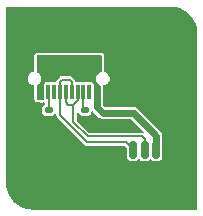
<source format=gbr>
%TF.GenerationSoftware,KiCad,Pcbnew,9.0.1*%
%TF.CreationDate,2025-11-25T19:28:09-05:00*%
%TF.ProjectId,USBCAdapter,55534243-4164-4617-9074-65722e6b6963,rev?*%
%TF.SameCoordinates,Original*%
%TF.FileFunction,Copper,L1,Top*%
%TF.FilePolarity,Positive*%
%FSLAX46Y46*%
G04 Gerber Fmt 4.6, Leading zero omitted, Abs format (unit mm)*
G04 Created by KiCad (PCBNEW 9.0.1) date 2025-11-25 19:28:09*
%MOMM*%
%LPD*%
G01*
G04 APERTURE LIST*
G04 Aperture macros list*
%AMRoundRect*
0 Rectangle with rounded corners*
0 $1 Rounding radius*
0 $2 $3 $4 $5 $6 $7 $8 $9 X,Y pos of 4 corners*
0 Add a 4 corners polygon primitive as box body*
4,1,4,$2,$3,$4,$5,$6,$7,$8,$9,$2,$3,0*
0 Add four circle primitives for the rounded corners*
1,1,$1+$1,$2,$3*
1,1,$1+$1,$4,$5*
1,1,$1+$1,$6,$7*
1,1,$1+$1,$8,$9*
0 Add four rect primitives between the rounded corners*
20,1,$1+$1,$2,$3,$4,$5,0*
20,1,$1+$1,$4,$5,$6,$7,0*
20,1,$1+$1,$6,$7,$8,$9,0*
20,1,$1+$1,$8,$9,$2,$3,0*%
G04 Aperture macros list end*
%TA.AperFunction,ComponentPad*%
%ADD10C,4.700000*%
%TD*%
%TA.AperFunction,SMDPad,CuDef*%
%ADD11R,0.600000X1.240000*%
%TD*%
%TA.AperFunction,SMDPad,CuDef*%
%ADD12R,0.300000X1.240000*%
%TD*%
%TA.AperFunction,HeatsinkPad*%
%ADD13O,1.000000X2.100000*%
%TD*%
%TA.AperFunction,HeatsinkPad*%
%ADD14O,1.000000X1.800000*%
%TD*%
%TA.AperFunction,SMDPad,CuDef*%
%ADD15RoundRect,0.135000X-0.185000X0.135000X-0.185000X-0.135000X0.185000X-0.135000X0.185000X0.135000X0*%
%TD*%
%TA.AperFunction,SMDPad,CuDef*%
%ADD16RoundRect,0.150000X-0.150000X-0.625000X0.150000X-0.625000X0.150000X0.625000X-0.150000X0.625000X0*%
%TD*%
%TA.AperFunction,SMDPad,CuDef*%
%ADD17RoundRect,0.250000X-0.350000X-0.650000X0.350000X-0.650000X0.350000X0.650000X-0.350000X0.650000X0*%
%TD*%
%TA.AperFunction,ViaPad*%
%ADD18C,0.500000*%
%TD*%
%TA.AperFunction,Conductor*%
%ADD19C,0.200000*%
%TD*%
%TA.AperFunction,Conductor*%
%ADD20C,0.600000*%
%TD*%
G04 APERTURE END LIST*
D10*
%TO.P,H2,1,1*%
%TO.N,GND*%
X56000000Y-55000000D03*
%TD*%
D11*
%TO.P,J1,A1,GND*%
%TO.N,GND*%
X61906461Y-47639823D03*
%TO.P,J1,A4,VBUS*%
%TO.N,VBUS*%
X61106461Y-47639823D03*
D12*
%TO.P,J1,A5,CC1*%
%TO.N,Net-(J1-CC1)*%
X59956461Y-47639823D03*
%TO.P,J1,A6,D+*%
%TO.N,/D+*%
X58956461Y-47639823D03*
%TO.P,J1,A7,D-*%
%TO.N,/D-*%
X58456461Y-47639823D03*
%TO.P,J1,A8,SBU1*%
%TO.N,unconnected-(J1-SBU1-PadA8)*%
X57456461Y-47639823D03*
D11*
%TO.P,J1,A9,VBUS*%
%TO.N,VBUS*%
X56306461Y-47639823D03*
%TO.P,J1,A12,GND*%
%TO.N,GND*%
X55506461Y-47639823D03*
%TO.P,J1,B1,GND*%
X55506461Y-47639823D03*
%TO.P,J1,B4,VBUS*%
%TO.N,VBUS*%
X56306461Y-47639823D03*
D12*
%TO.P,J1,B5,CC2*%
%TO.N,Net-(J1-CC2)*%
X56956461Y-47639823D03*
%TO.P,J1,B6,D+*%
%TO.N,/D+*%
X57956461Y-47639823D03*
%TO.P,J1,B7,D-*%
%TO.N,/D-*%
X59456461Y-47639823D03*
%TO.P,J1,B8,SBU2*%
%TO.N,unconnected-(J1-SBU2-PadB8)*%
X60456461Y-47639823D03*
D11*
%TO.P,J1,B9,VBUS*%
%TO.N,VBUS*%
X61106461Y-47639823D03*
%TO.P,J1,B12,GND*%
%TO.N,GND*%
X61906461Y-47639823D03*
D13*
%TO.P,J1,S1,SHIELD*%
X63026461Y-47039823D03*
D14*
X63026461Y-42839823D03*
D13*
X54386461Y-47039823D03*
D14*
X54386461Y-42839823D03*
%TD*%
D15*
%TO.P,R1,1*%
%TO.N,Net-(J1-CC1)*%
X60100000Y-49190000D03*
%TO.P,R1,2*%
%TO.N,GND*%
X60100000Y-50210000D03*
%TD*%
%TO.P,R2,1*%
%TO.N,Net-(J1-CC2)*%
X57000000Y-49190000D03*
%TO.P,R2,2*%
%TO.N,GND*%
X57000000Y-50210000D03*
%TD*%
D16*
%TO.P,J4,1,Pin_1*%
%TO.N,/D+*%
X64137002Y-52506186D03*
%TO.P,J4,2,Pin_2*%
%TO.N,/D-*%
X65137002Y-52506186D03*
%TO.P,J4,3,Pin_3*%
%TO.N,VBUS*%
X66137002Y-52506186D03*
%TO.P,J4,4,Pin_4*%
%TO.N,GND*%
X67137002Y-52506186D03*
D17*
%TO.P,J4,MP,MountPin*%
X62837002Y-56381186D03*
X68437002Y-56381186D03*
%TD*%
D10*
%TO.P,H1,1,1*%
%TO.N,GND*%
X67000000Y-43000000D03*
%TD*%
D18*
%TO.N,GND*%
X68500000Y-51000000D03*
X63100000Y-54200000D03*
X69000000Y-53300000D03*
X60900000Y-42600000D03*
X65637002Y-54506186D03*
X66100000Y-48400000D03*
X60200000Y-56700000D03*
X54500000Y-50000000D03*
X59200000Y-42700000D03*
X64800000Y-45700000D03*
X68000000Y-47400000D03*
X56200000Y-42800000D03*
X61900000Y-50500000D03*
X67800000Y-54400000D03*
X65200000Y-56500000D03*
X59500000Y-53400000D03*
%TD*%
D19*
%TO.N,/D-*%
X59100000Y-50150340D02*
X59100000Y-48700000D01*
X65137002Y-51637002D02*
X64900000Y-51400000D01*
X65137002Y-52506186D02*
X65137002Y-51637002D01*
X59456461Y-48343539D02*
X59456461Y-47639823D01*
X58456461Y-48511823D02*
X58644638Y-48700000D01*
X58644638Y-48700000D02*
X59100000Y-48700000D01*
X59100000Y-48700000D02*
X59456461Y-48343539D01*
X60349660Y-51400000D02*
X59100000Y-50150340D01*
X64900000Y-51400000D02*
X60349660Y-51400000D01*
X58456461Y-47639823D02*
X58456461Y-48511823D01*
%TO.N,Net-(J1-CC1)*%
X60100000Y-49190000D02*
X59956461Y-49046461D01*
X59956461Y-49046461D02*
X59956461Y-47639823D01*
D20*
%TO.N,VBUS*%
X64200000Y-49400000D02*
X66137002Y-51337002D01*
X61106461Y-47639823D02*
X61106461Y-48893539D01*
X61600000Y-49400000D02*
X64200000Y-49400000D01*
X61100000Y-48900000D02*
X61600000Y-49400000D01*
X61106461Y-48893539D02*
X61100000Y-48900000D01*
X66137002Y-51337002D02*
X66137002Y-52506186D01*
D19*
%TO.N,Net-(J1-CC2)*%
X57000000Y-49190000D02*
X57000000Y-47683362D01*
X57000000Y-47683362D02*
X56956461Y-47639823D01*
%TO.N,/D+*%
X57956461Y-46767823D02*
X58124284Y-46600000D01*
X57956461Y-47639823D02*
X57956461Y-46767823D01*
X58788638Y-46600000D02*
X58956461Y-46767823D01*
X57956461Y-49573901D02*
X60282560Y-51900000D01*
X60282560Y-51900000D02*
X63530816Y-51900000D01*
X57956461Y-47639823D02*
X57956461Y-49573901D01*
X63530816Y-51900000D02*
X64137002Y-52506186D01*
X58124284Y-46600000D02*
X58788638Y-46600000D01*
X58956461Y-46767823D02*
X58956461Y-47639823D01*
%TD*%
%TA.AperFunction,Conductor*%
%TO.N,VBUS*%
G36*
X61459191Y-44518907D02*
G01*
X61495155Y-44568407D01*
X61500000Y-44599000D01*
X61500000Y-45873902D01*
X61481093Y-45932093D01*
X61431593Y-45968057D01*
X61426624Y-45969528D01*
X61374326Y-45983541D01*
X61374322Y-45983543D01*
X61243100Y-46059304D01*
X61135942Y-46166462D01*
X61060181Y-46297683D01*
X61043607Y-46359540D01*
X61020961Y-46444057D01*
X61020961Y-46595589D01*
X61036031Y-46651830D01*
X61060181Y-46741962D01*
X61135942Y-46873183D01*
X61135944Y-46873185D01*
X61135946Y-46873188D01*
X61243096Y-46980338D01*
X61356461Y-47045790D01*
X61397402Y-47091257D01*
X61405961Y-47131525D01*
X61405961Y-48279569D01*
X61406438Y-48284415D01*
X61405078Y-48284548D01*
X61398582Y-48339409D01*
X61357047Y-48384337D01*
X61307111Y-48396945D01*
X60903691Y-48390558D01*
X60845807Y-48370731D01*
X60810631Y-48320668D01*
X60806993Y-48284435D01*
X60806961Y-48284435D01*
X60806961Y-48284114D01*
X60806735Y-48281863D01*
X60806961Y-48279569D01*
X60806961Y-47000076D01*
X60806959Y-47000064D01*
X60803035Y-46980338D01*
X60795328Y-46941592D01*
X60751013Y-46875271D01*
X60747896Y-46873188D01*
X60684694Y-46830957D01*
X60684692Y-46830956D01*
X60684689Y-46830955D01*
X60684688Y-46830955D01*
X60626219Y-46819324D01*
X60626209Y-46819323D01*
X60286713Y-46819323D01*
X60286709Y-46819323D01*
X60225775Y-46831444D01*
X60187147Y-46831444D01*
X60126212Y-46819323D01*
X60126209Y-46819323D01*
X59786713Y-46819323D01*
X59786709Y-46819323D01*
X59725775Y-46831444D01*
X59687147Y-46831444D01*
X59626212Y-46819323D01*
X59626209Y-46819323D01*
X59355770Y-46819323D01*
X59297579Y-46800416D01*
X59261615Y-46750916D01*
X59257617Y-46733246D01*
X59256961Y-46728268D01*
X59256961Y-46728261D01*
X59253673Y-46715989D01*
X59236483Y-46651835D01*
X59236481Y-46651832D01*
X59236481Y-46651830D01*
X59196924Y-46583316D01*
X59196922Y-46583314D01*
X59196921Y-46583312D01*
X58973149Y-46359540D01*
X58973146Y-46359538D01*
X58904630Y-46319980D01*
X58904626Y-46319978D01*
X58828202Y-46299500D01*
X58828200Y-46299500D01*
X58163846Y-46299500D01*
X58084722Y-46299500D01*
X58037945Y-46312033D01*
X58008291Y-46319979D01*
X57939777Y-46359536D01*
X57939772Y-46359540D01*
X57716000Y-46583312D01*
X57676441Y-46651830D01*
X57676439Y-46651834D01*
X57655961Y-46728259D01*
X57655305Y-46733243D01*
X57628965Y-46788469D01*
X57575195Y-46817665D01*
X57557152Y-46819323D01*
X57286709Y-46819323D01*
X57225775Y-46831444D01*
X57187147Y-46831444D01*
X57126212Y-46819323D01*
X57126209Y-46819323D01*
X56786713Y-46819323D01*
X56786712Y-46819323D01*
X56786702Y-46819324D01*
X56728233Y-46830955D01*
X56728227Y-46830957D01*
X56661912Y-46875268D01*
X56661906Y-46875274D01*
X56617595Y-46941589D01*
X56617593Y-46941595D01*
X56605962Y-47000064D01*
X56605961Y-47000076D01*
X56605961Y-48221931D01*
X56587054Y-48280122D01*
X56537554Y-48316086D01*
X56505394Y-48320919D01*
X56104394Y-48314570D01*
X56046510Y-48294743D01*
X56011334Y-48244680D01*
X56006961Y-48215582D01*
X56006961Y-47131525D01*
X56025868Y-47073334D01*
X56056458Y-47045790D01*
X56169826Y-46980338D01*
X56276976Y-46873188D01*
X56301359Y-46830956D01*
X56352740Y-46741962D01*
X56352740Y-46741960D01*
X56352742Y-46741958D01*
X56391961Y-46595589D01*
X56391961Y-46444057D01*
X56352742Y-46297688D01*
X56352740Y-46297685D01*
X56352740Y-46297683D01*
X56276979Y-46166462D01*
X56276977Y-46166460D01*
X56276976Y-46166458D01*
X56169826Y-46059308D01*
X56169823Y-46059306D01*
X56049499Y-45989836D01*
X56008559Y-45944366D01*
X56000000Y-45904100D01*
X56000000Y-44599000D01*
X56018907Y-44540809D01*
X56068407Y-44504845D01*
X56099000Y-44500000D01*
X61401000Y-44500000D01*
X61459191Y-44518907D01*
G37*
%TD.AperFunction*%
%TD*%
%TA.AperFunction,Conductor*%
%TO.N,GND*%
G36*
X60789501Y-49297315D02*
G01*
X61292686Y-49800500D01*
X61292688Y-49800501D01*
X61292690Y-49800503D01*
X61406810Y-49866390D01*
X61406808Y-49866390D01*
X61406812Y-49866391D01*
X61406814Y-49866392D01*
X61534108Y-49900500D01*
X61665893Y-49900500D01*
X63951678Y-49900500D01*
X64009869Y-49919407D01*
X64021682Y-49929496D01*
X65023686Y-50931500D01*
X65051463Y-50986017D01*
X65041892Y-51046449D01*
X64998627Y-51089714D01*
X64946051Y-51098750D01*
X64946051Y-51099500D01*
X64941687Y-51099500D01*
X64940768Y-51099658D01*
X64939567Y-51099500D01*
X64939562Y-51099500D01*
X60515139Y-51099500D01*
X60456948Y-51080593D01*
X60445135Y-51070504D01*
X59429496Y-50054865D01*
X59401719Y-50000348D01*
X59400500Y-49984861D01*
X59400500Y-49462072D01*
X59419407Y-49403881D01*
X59468907Y-49367917D01*
X59530093Y-49367917D01*
X59579593Y-49403881D01*
X59589224Y-49420233D01*
X59635933Y-49520401D01*
X59635934Y-49520402D01*
X59635935Y-49520404D01*
X59719596Y-49604065D01*
X59719597Y-49604065D01*
X59719598Y-49604066D01*
X59826824Y-49654067D01*
X59826825Y-49654067D01*
X59826827Y-49654068D01*
X59875684Y-49660500D01*
X59875685Y-49660500D01*
X60324314Y-49660500D01*
X60324316Y-49660500D01*
X60373173Y-49654068D01*
X60480404Y-49604065D01*
X60564065Y-49520404D01*
X60614068Y-49413173D01*
X60620500Y-49364316D01*
X60620500Y-49364314D01*
X60620712Y-49361081D01*
X60622489Y-49361197D01*
X60639407Y-49309130D01*
X60688907Y-49273166D01*
X60750093Y-49273166D01*
X60789501Y-49297315D01*
G37*
%TD.AperFunction*%
%TA.AperFunction,Conductor*%
G36*
X67302992Y-40400681D02*
G01*
X67571202Y-40416904D01*
X67583057Y-40418344D01*
X67844418Y-40466240D01*
X67856019Y-40469099D01*
X68109702Y-40548150D01*
X68120865Y-40552383D01*
X68363170Y-40661436D01*
X68373756Y-40666992D01*
X68601142Y-40804452D01*
X68610980Y-40811243D01*
X68820131Y-40975102D01*
X68829080Y-40983029D01*
X69016970Y-41170919D01*
X69024897Y-41179868D01*
X69188756Y-41389019D01*
X69195547Y-41398857D01*
X69333007Y-41626243D01*
X69338563Y-41636829D01*
X69447613Y-41879127D01*
X69451852Y-41890305D01*
X69530899Y-42143977D01*
X69533760Y-42155585D01*
X69581654Y-42416935D01*
X69583095Y-42428802D01*
X69599319Y-42697006D01*
X69599500Y-42702984D01*
X69599500Y-57500500D01*
X69580593Y-57558691D01*
X69531093Y-57594655D01*
X69500500Y-57599500D01*
X55702985Y-57599500D01*
X55697008Y-57599319D01*
X55674689Y-57597969D01*
X55428802Y-57583095D01*
X55416935Y-57581654D01*
X55155585Y-57533760D01*
X55143977Y-57530899D01*
X54890305Y-57451852D01*
X54879127Y-57447613D01*
X54636829Y-57338563D01*
X54626243Y-57333007D01*
X54398857Y-57195547D01*
X54389019Y-57188756D01*
X54179868Y-57024897D01*
X54170919Y-57016970D01*
X53983029Y-56829080D01*
X53975102Y-56820131D01*
X53811243Y-56610980D01*
X53804452Y-56601142D01*
X53666992Y-56373756D01*
X53661436Y-56363170D01*
X53552386Y-56120872D01*
X53548150Y-56109702D01*
X53469099Y-55856019D01*
X53466239Y-55844414D01*
X53418345Y-55583064D01*
X53416904Y-55571196D01*
X53400681Y-55302992D01*
X53400500Y-55297015D01*
X53400500Y-46444057D01*
X55240961Y-46444057D01*
X55240961Y-46595589D01*
X55275547Y-46724670D01*
X55280181Y-46741962D01*
X55355942Y-46873183D01*
X55355944Y-46873185D01*
X55355946Y-46873188D01*
X55463096Y-46980338D01*
X55463098Y-46980339D01*
X55463100Y-46980341D01*
X55594322Y-47056102D01*
X55594320Y-47056102D01*
X55594324Y-47056103D01*
X55594326Y-47056104D01*
X55728086Y-47091944D01*
X55779398Y-47125267D01*
X55801325Y-47182388D01*
X55801461Y-47187570D01*
X55801461Y-48215578D01*
X55803743Y-48246126D01*
X55804862Y-48253569D01*
X55805961Y-48268281D01*
X55805961Y-48279569D01*
X55805962Y-48279581D01*
X55817593Y-48338050D01*
X55817595Y-48338056D01*
X55861909Y-48404376D01*
X55871624Y-48410867D01*
X55892198Y-48429235D01*
X55902161Y-48441009D01*
X55979918Y-48489154D01*
X56037802Y-48508981D01*
X56037804Y-48508981D01*
X56037806Y-48508982D01*
X56101128Y-48520042D01*
X56101130Y-48520042D01*
X56101141Y-48520044D01*
X56502141Y-48526393D01*
X56535934Y-48524137D01*
X56555366Y-48521216D01*
X56568082Y-48519306D01*
X56580101Y-48517312D01*
X56580373Y-48518951D01*
X56601888Y-48519597D01*
X56631093Y-48519597D01*
X56632350Y-48520510D01*
X56633901Y-48520557D01*
X56656969Y-48538397D01*
X56680593Y-48555561D01*
X56681072Y-48557038D01*
X56682301Y-48557988D01*
X56699500Y-48613752D01*
X56699500Y-48675604D01*
X56680593Y-48733795D01*
X56642341Y-48765328D01*
X56619598Y-48775933D01*
X56535933Y-48859598D01*
X56485932Y-48966824D01*
X56485932Y-48966825D01*
X56479500Y-49015685D01*
X56479500Y-49364314D01*
X56485932Y-49413174D01*
X56485932Y-49413175D01*
X56535933Y-49520401D01*
X56535934Y-49520402D01*
X56535935Y-49520404D01*
X56619596Y-49604065D01*
X56619597Y-49604065D01*
X56619598Y-49604066D01*
X56726824Y-49654067D01*
X56726825Y-49654067D01*
X56726827Y-49654068D01*
X56775684Y-49660500D01*
X56775685Y-49660500D01*
X57224314Y-49660500D01*
X57224316Y-49660500D01*
X57273173Y-49654068D01*
X57380404Y-49604065D01*
X57464065Y-49520404D01*
X57467236Y-49513604D01*
X57508963Y-49468855D01*
X57569024Y-49457179D01*
X57624477Y-49483036D01*
X57654142Y-49536549D01*
X57655961Y-49555441D01*
X57655961Y-49613465D01*
X57676439Y-49689887D01*
X57676440Y-49689890D01*
X57686500Y-49707314D01*
X57716001Y-49758412D01*
X60098049Y-52140460D01*
X60098051Y-52140461D01*
X60098053Y-52140463D01*
X60166568Y-52180020D01*
X60166566Y-52180020D01*
X60166570Y-52180021D01*
X60166572Y-52180022D01*
X60242998Y-52200500D01*
X63365337Y-52200500D01*
X63423528Y-52219407D01*
X63435341Y-52229496D01*
X63607506Y-52401661D01*
X63635283Y-52456178D01*
X63636502Y-52471665D01*
X63636502Y-53164446D01*
X63637002Y-53167877D01*
X63646429Y-53232581D01*
X63688723Y-53319093D01*
X63697804Y-53337669D01*
X63780519Y-53420384D01*
X63834287Y-53446669D01*
X63885606Y-53471758D01*
X63885607Y-53471758D01*
X63885609Y-53471759D01*
X63953742Y-53481686D01*
X63953745Y-53481686D01*
X64320259Y-53481686D01*
X64320262Y-53481686D01*
X64388395Y-53471759D01*
X64493485Y-53420384D01*
X64567000Y-53346868D01*
X64621515Y-53319093D01*
X64681947Y-53328664D01*
X64707002Y-53346867D01*
X64780519Y-53420384D01*
X64834287Y-53446669D01*
X64885606Y-53471758D01*
X64885607Y-53471758D01*
X64885609Y-53471759D01*
X64953742Y-53481686D01*
X64953745Y-53481686D01*
X65320259Y-53481686D01*
X65320262Y-53481686D01*
X65388395Y-53471759D01*
X65493485Y-53420384D01*
X65567000Y-53346868D01*
X65621515Y-53319093D01*
X65681947Y-53328664D01*
X65707002Y-53346867D01*
X65780519Y-53420384D01*
X65834287Y-53446669D01*
X65885606Y-53471758D01*
X65885607Y-53471758D01*
X65885609Y-53471759D01*
X65953742Y-53481686D01*
X65953745Y-53481686D01*
X66320259Y-53481686D01*
X66320262Y-53481686D01*
X66388395Y-53471759D01*
X66493485Y-53420384D01*
X66576200Y-53337669D01*
X66627575Y-53232579D01*
X66637502Y-53164446D01*
X66637502Y-51847926D01*
X66637502Y-51271110D01*
X66603394Y-51143816D01*
X66603392Y-51143813D01*
X66603392Y-51143811D01*
X66537505Y-51029692D01*
X66537501Y-51029687D01*
X66444316Y-50936501D01*
X66444316Y-50936502D01*
X64507314Y-48999500D01*
X64507311Y-48999498D01*
X64507310Y-48999497D01*
X64507309Y-48999496D01*
X64393189Y-48933609D01*
X64393191Y-48933609D01*
X64343799Y-48920375D01*
X64265892Y-48899500D01*
X64265890Y-48899500D01*
X61848322Y-48899500D01*
X61790131Y-48880593D01*
X61778318Y-48870504D01*
X61635957Y-48728143D01*
X61608180Y-48673626D01*
X61606961Y-48658139D01*
X61606961Y-48333055D01*
X61607647Y-48321422D01*
X61607692Y-48321038D01*
X61608718Y-48312368D01*
X61611461Y-48306420D01*
X61611461Y-48295050D01*
X61612148Y-48283408D01*
X61612198Y-48282982D01*
X61611537Y-48281188D01*
X61611461Y-48277322D01*
X61611461Y-47187570D01*
X61630368Y-47129379D01*
X61679868Y-47093415D01*
X61684804Y-47091952D01*
X61818596Y-47056104D01*
X61818598Y-47056102D01*
X61818600Y-47056102D01*
X61949821Y-46980341D01*
X61949821Y-46980340D01*
X61949826Y-46980338D01*
X62056976Y-46873188D01*
X62132742Y-46741958D01*
X62171961Y-46595589D01*
X62171961Y-46444057D01*
X62132742Y-46297688D01*
X62132740Y-46297685D01*
X62132740Y-46297683D01*
X62056979Y-46166462D01*
X62056977Y-46166460D01*
X62056976Y-46166458D01*
X61949826Y-46059308D01*
X61949823Y-46059306D01*
X61949821Y-46059304D01*
X61818599Y-45983543D01*
X61818597Y-45983542D01*
X61778875Y-45972898D01*
X61727562Y-45939573D01*
X61705636Y-45882452D01*
X61705500Y-45877272D01*
X61705500Y-44599006D01*
X61705500Y-44599000D01*
X61702970Y-44566856D01*
X61698125Y-44536263D01*
X61698116Y-44536206D01*
X61697353Y-44531714D01*
X61697352Y-44531713D01*
X61661408Y-44447617D01*
X61625444Y-44398117D01*
X61601203Y-44370372D01*
X61522693Y-44323464D01*
X61522691Y-44323463D01*
X61522689Y-44323462D01*
X61464499Y-44304556D01*
X61464500Y-44304556D01*
X61401003Y-44294500D01*
X61401000Y-44294500D01*
X56099000Y-44294500D01*
X56066856Y-44297030D01*
X56036206Y-44301883D01*
X56031718Y-44302646D01*
X56031713Y-44302647D01*
X55947617Y-44338591D01*
X55898118Y-44374555D01*
X55870372Y-44398797D01*
X55823464Y-44477307D01*
X55823462Y-44477310D01*
X55804556Y-44535499D01*
X55794500Y-44598996D01*
X55794500Y-45853940D01*
X55775593Y-45912131D01*
X55726093Y-45948095D01*
X55721123Y-45949567D01*
X55594321Y-45983543D01*
X55463100Y-46059304D01*
X55355942Y-46166462D01*
X55280181Y-46297683D01*
X55280180Y-46297688D01*
X55240961Y-46444057D01*
X53400500Y-46444057D01*
X53400500Y-40499500D01*
X53419407Y-40441309D01*
X53468907Y-40405345D01*
X53499500Y-40400500D01*
X55647273Y-40400500D01*
X67242417Y-40400500D01*
X67297015Y-40400500D01*
X67302992Y-40400681D01*
G37*
%TD.AperFunction*%
%TD*%
M02*

</source>
